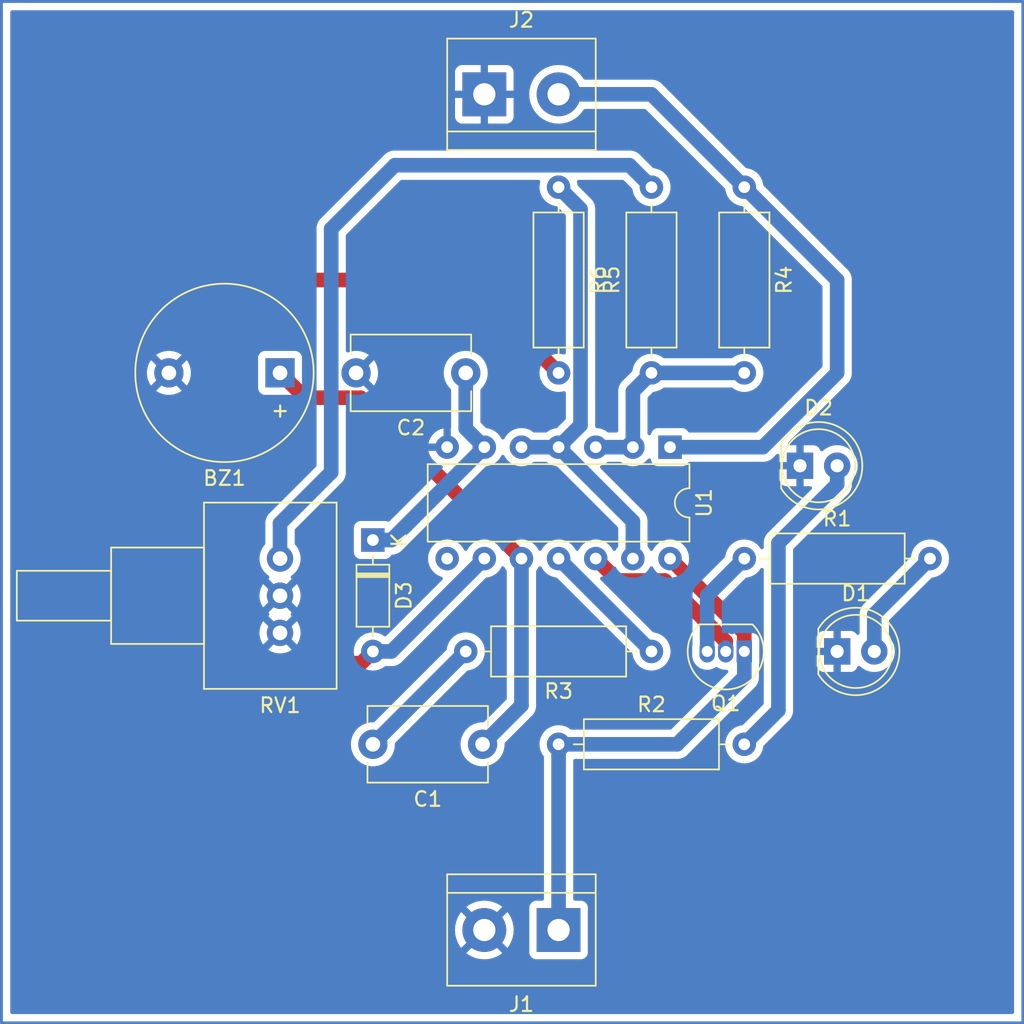
<source format=kicad_pcb>
(kicad_pcb (version 20221018) (generator pcbnew)
  (title_block (title "Broken Wire Detector Module ") (date "19.09.2023") (rev "1.0") (company "by Muxtar Safarov "))
  (layers (0 "F.Cu" signal) (31 "B.Cu" signal) (34 "B.Paste" user) (35 "F.Paste" user) (36 "B.SilkS" user "B.Silkscreen") (37 "F.SilkS" user "F.Silkscreen") (38 "B.Mask" user) (39 "F.Mask" user) (44 "Edge.Cuts" user))
  (net 0 "")
  (net 1 "10")
  (net 2 "Earth")
  (net 3 "Net-(C1-Pad2)")
  (net 4 "C3")
  (net 5 "Net-(D1-A)")
  (net 6 "Net-(D2-A)")
  (net 7 "CONN2")
  (net 8 "+9V")
  (net 9 "Net-(J2-Pin_2)")
  (net 10 "Net-(Q1-B)")
  (net 11 "Net-(Q1-E)")
  (net 12 "Net-(U1-E)")
  (net 13 "3")
  (net 14 "Net-(R5-Pad2)")
  (net 15 "CONN")
  (footprint "Resistor_THT:R_Axial_DIN0309_L9.0mm_D3.2mm_P12.70mm_Horizontal" (layer "F.Cu") (at 101.6 158.75 180)
    (fp_text reference "R3" (at 6.35 -2.72) (layer "F.SilkS"))
    (fp_text value "220K")
    (fp_line (start 1.04 0) (end 1.73 0) (stroke (width 0.12)) (layer "F.SilkS"))
    (fp_line (start 1.73 -1.72) (end 1.73 1.72) (stroke (width 0.12)) (layer "F.SilkS"))
    (fp_line (start 1.73 1.72) (end 10.97 1.72) (stroke (width 0.12)) (layer "F.SilkS"))
    (fp_line (start 10.97 -1.72) (end 1.73 -1.72) (stroke (width 0.12)) (layer "F.SilkS"))
    (fp_line (start 10.97 1.72) (end 10.97 -1.72) (stroke (width 0.12)) (layer "F.SilkS"))
    (fp_line (start 11.66 0) (end 10.97 0) (stroke (width 0.12)) (layer "F.SilkS"))
    (pad "1" thru_hole circle (at 0 0 180) (size 1.6 1.6) (drill 0.8) (layers "*.Cu" "*.Mask") (net 12 "Net-(U1-E)"))
    (pad "2" thru_hole oval (at 12.7 0 180) (size 1.6 1.6) (drill 0.8) (layers "*.Cu" "*.Mask") (net 3 "Net-(C1-Pad2)"))
  )
  (footprint "Capacitor_THT:C_Disc_D8.0mm_W5.0mm_P7.50mm" (layer "F.Cu") (at 90.05 165.1 180)
    (fp_text reference "C1" (at 3.75 -3.75) (layer "F.SilkS"))
    (fp_text value "470pF")
    (fp_line (start -0.37 -2.62) (end -0.37 -1.256) (stroke (width 0.12)) (layer "F.SilkS"))
    (fp_line (start -0.37 -2.62) (end 7.87 -2.62) (stroke (width 0.12)) (layer "F.SilkS"))
    (fp_line (start -0.37 1.256) (end -0.37 2.62) (stroke (width 0.12)) (layer "F.SilkS"))
    (fp_line (start -0.37 2.62) (end 7.87 2.62) (stroke (width 0.12)) (layer "F.SilkS"))
    (fp_line (start 7.87 -2.62) (end 7.87 -1.256) (stroke (width 0.12)) (layer "F.SilkS"))
    (fp_line (start 7.87 1.256) (end 7.87 2.62) (stroke (width 0.12)) (layer "F.SilkS"))
    (pad "1" thru_hole circle (at 0 0 180) (size 2 2) (drill 1) (layers "*.Cu" "*.Mask") (net 1 "10"))
    (pad "2" thru_hole circle (at 7.5 0 180) (size 2 2) (drill 1) (layers "*.Cu" "*.Mask") (net 3 "Net-(C1-Pad2)"))
  )
  (footprint "TerminalBlock:TerminalBlock_bornier-2_P5.08mm" (layer "F.Cu") (at 90.17 120.65)
    (fp_text reference "J2" (at 2.54 -5.08) (layer "F.SilkS"))
    (fp_text value "WIRE ")
    (fp_line (start -2.54 -3.81) (end -2.54 3.81) (stroke (width 0.12)) (layer "F.SilkS"))
    (fp_line (start -2.54 3.81) (end 7.62 3.81) (stroke (width 0.12)) (layer "F.SilkS"))
    (fp_line (start 7.62 -3.81) (end -2.54 -3.81) (stroke (width 0.12)) (layer "F.SilkS"))
    (fp_line (start 7.62 2.54) (end -2.54 2.54) (stroke (width 0.12)) (layer "F.SilkS"))
    (fp_line (start 7.62 3.81) (end 7.62 -3.81) (stroke (width 0.12)) (layer "F.SilkS"))
    (pad "1" thru_hole rect (at 0 0) (size 3 3) (drill 1.52) (layers "*.Cu" "*.Mask") (net 2 "Earth"))
    (pad "2" thru_hole circle (at 5.08 0) (size 3 3) (drill 1.52) (layers "*.Cu" "*.Mask") (net 9 "Net-(J2-Pin_2)"))
  )
  (footprint "LED_THT:LED_D5.0mm_Clear" (layer "F.Cu") (at 111.76 146.05)
    (fp_text reference "D2" (at 1.27 -3.96) (layer "F.SilkS"))
    (fp_text value "WHITE")
    (fp_line (start -1.29 -1.545) (end -1.29 1.545) (stroke (width 0.12)) (layer "F.SilkS"))
    (fp_arc (start -1.29 -1.54483) (mid 2.072002 -2.880433) (end 4.26 0.000462) (stroke (width 0.12)) (layer "F.SilkS"))
    (fp_arc (start 4.26 -0.000462) (mid 2.072002 2.880433) (end -1.29 1.54483) (stroke (width 0.12)) (layer "F.SilkS"))
    (fp_circle (center 1.27 0) (end 3.77 0) (stroke (width 0.12)) (fill none) (layer "F.SilkS"))
    (pad "1" thru_hole rect (at 0 0) (size 1.8 1.8) (drill 0.9) (layers "*.Cu" "*.Mask") (net 2 "Earth"))
    (pad "2" thru_hole circle (at 2.54 0) (size 1.8 1.8) (drill 0.9) (layers "*.Cu" "*.Mask") (net 6 "Net-(D2-A)"))
  )
  (footprint "Resistor_THT:R_Axial_DIN0309_L9.0mm_D3.2mm_P12.70mm_Horizontal" (layer "F.Cu") (at 95.25 127 -90)
    (fp_text reference "R6" (at 6.35 -2.72 90) (layer "F.SilkS"))
    (fp_text value "4.7K")
    (fp_line (start 1.04 0) (end 1.73 0) (stroke (width 0.12)) (layer "F.SilkS"))
    (fp_line (start 1.73 -1.72) (end 1.73 1.72) (stroke (width 0.12)) (layer "F.SilkS"))
    (fp_line (start 1.73 1.72) (end 10.97 1.72) (stroke (width 0.12)) (layer "F.SilkS"))
    (fp_line (start 10.97 -1.72) (end 1.73 -1.72) (stroke (width 0.12)) (layer "F.SilkS"))
    (fp_line (start 10.97 1.72) (end 10.97 -1.72) (stroke (width 0.12)) (layer "F.SilkS"))
    (fp_line (start 11.66 0) (end 10.97 0) (stroke (width 0.12)) (layer "F.SilkS"))
    (pad "1" thru_hole circle (at 0 0 270) (size 1.6 1.6) (drill 0.8) (layers "*.Cu" "*.Mask") (net 15 "CONN"))
    (pad "2" thru_hole oval (at 12.7 0 270) (size 1.6 1.6) (drill 0.8) (layers "*.Cu" "*.Mask") (net 7 "CONN2"))
  )
  (footprint "Capacitor_THT:C_Disc_D8.0mm_W5.0mm_P7.50mm" (layer "F.Cu") (at 88.9 139.7 180)
    (fp_text reference "C2" (at 3.75 -3.75) (layer "F.SilkS"))
    (fp_text value "470pF")
    (fp_line (start -0.37 -2.62) (end -0.37 -1.256) (stroke (width 0.12)) (layer "F.SilkS"))
    (fp_line (start -0.37 -2.62) (end 7.87 -2.62) (stroke (width 0.12)) (layer "F.SilkS"))
    (fp_line (start -0.37 1.256) (end -0.37 2.62) (stroke (width 0.12)) (layer "F.SilkS"))
    (fp_line (start -0.37 2.62) (end 7.87 2.62) (stroke (width 0.12)) (layer "F.SilkS"))
    (fp_line (start 7.87 -2.62) (end 7.87 -1.256) (stroke (width 0.12)) (layer "F.SilkS"))
    (fp_line (start 7.87 1.256) (end 7.87 2.62) (stroke (width 0.12)) (layer "F.SilkS"))
    (pad "1" thru_hole circle (at 0 0 180) (size 2 2) (drill 1) (layers "*.Cu" "*.Mask") (net 4 "C3"))
    (pad "2" thru_hole circle (at 7.5 0 180) (size 2 2) (drill 1) (layers "*.Cu" "*.Mask") (net 2 "Earth"))
  )
  (footprint "Resistor_THT:R_Axial_DIN0309_L9.0mm_D3.2mm_P12.70mm_Horizontal" (layer "F.Cu") (at 107.95 127 -90)
    (fp_text reference "R4" (at 6.35 -2.72 90) (layer "F.SilkS"))
    (fp_text value "10M")
    (fp_line (start 1.04 0) (end 1.73 0) (stroke (width 0.12)) (layer "F.SilkS"))
    (fp_line (start 1.73 -1.72) (end 1.73 1.72) (stroke (width 0.12)) (layer "F.SilkS"))
    (fp_line (start 1.73 1.72) (end 10.97 1.72) (stroke (width 0.12)) (layer "F.SilkS"))
    (fp_line (start 10.97 -1.72) (end 1.73 -1.72) (stroke (width 0.12)) (layer "F.SilkS"))
    (fp_line (start 10.97 1.72) (end 10.97 -1.72) (stroke (width 0.12)) (layer "F.SilkS"))
    (fp_line (start 11.66 0) (end 10.97 0) (stroke (width 0.12)) (layer "F.SilkS"))
    (pad "1" thru_hole circle (at 0 0 270) (size 1.6 1.6) (drill 0.8) (layers "*.Cu" "*.Mask") (net 9 "Net-(J2-Pin_2)"))
    (pad "2" thru_hole oval (at 12.7 0 270) (size 1.6 1.6) (drill 0.8) (layers "*.Cu" "*.Mask") (net 13 "3"))
  )
  (footprint "Resistor_THT:R_Axial_DIN0309_L9.0mm_D3.2mm_P12.70mm_Horizontal" (layer "F.Cu") (at 95.25 165.1)
    (fp_text reference "R2" (at 6.35 -2.72) (layer "F.SilkS"))
    (fp_text value "1.8K")
    (fp_line (start 1.04 0) (end 1.73 0) (stroke (width 0.12)) (layer "F.SilkS"))
    (fp_line (start 1.73 -1.72) (end 1.73 1.72) (stroke (width 0.12)) (layer "F.SilkS"))
    (fp_line (start 1.73 1.72) (end 10.97 1.72) (stroke (width 0.12)) (layer "F.SilkS"))
    (fp_line (start 10.97 -1.72) (end 1.73 -1.72) (stroke (width 0.12)) (layer "F.SilkS"))
    (fp_line (start 10.97 1.72) (end 10.97 -1.72) (stroke (width 0.12)) (layer "F.SilkS"))
    (fp_line (start 11.66 0) (end 10.97 0) (stroke (width 0.12)) (layer "F.SilkS"))
    (pad "1" thru_hole circle (at 0 0) (size 1.6 1.6) (drill 0.8) (layers "*.Cu" "*.Mask") (net 8 "+9V"))
    (pad "2" thru_hole oval (at 12.7 0) (size 1.6 1.6) (drill 0.8) (layers "*.Cu" "*.Mask") (net 6 "Net-(D2-A)"))
  )
  (footprint "Potentiometer_THT:Potentiometer_Vishay_148-149_Single_Horizontal" (layer "F.Cu") (at 76.2 152.4 180)
    (fp_text reference "RV1" (at 0 -10.04) (layer "F.SilkS"))
    (fp_text value "47K")
    (fp_line (start -3.87 -8.91) (end -3.87 3.83) (stroke (width 0.12)) (layer "F.SilkS"))
    (fp_line (start -3.87 -8.91) (end 5.2 -8.91) (stroke (width 0.12)) (layer "F.SilkS"))
    (fp_line (start -3.87 3.83) (end 5.2 3.83) (stroke (width 0.12)) (layer "F.SilkS"))
    (fp_line (start 5.2 -8.91) (end 5.2 3.83) (stroke (width 0.12)) (layer "F.SilkS"))
    (fp_line (start 5.2 -5.835) (end 5.2 0.755) (stroke (width 0.12)) (layer "F.SilkS"))
    (fp_line (start 5.2 -5.835) (end 11.55 -5.835) (stroke (width 0.12)) (layer "F.SilkS"))
    (fp_line (start 5.2 0.755) (end 11.55 0.755) (stroke (width 0.12)) (layer "F.SilkS"))
    (fp_line (start 11.55 -5.835) (end 11.55 0.755) (stroke (width 0.12)) (layer "F.SilkS"))
    (fp_line (start 11.55 -4.244) (end 11.55 -0.835) (stroke (width 0.12)) (layer "F.SilkS"))
    (fp_line (start 11.55 -4.244) (end 18 -4.244) (stroke (width 0.12)) (layer "F.SilkS"))
    (fp_line (start 11.55 -0.835) (end 18 -0.835) (stroke (width 0.12)) (layer "F.SilkS"))
    (fp_line (start 18 -4.244) (end 18 -0.835) (stroke (width 0.12)) (layer "F.SilkS"))
    (pad "1" thru_hole circle (at 0 0 180) (size 1.8 1.8) (drill 1) (layers "*.Cu" "*.Mask") (net 14 "Net-(R5-Pad2)"))
    (pad "2" thru_hole circle (at 0 -2.54 180) (size 1.8 1.8) (drill 1) (layers "*.Cu" "*.Mask") (net 2 "Earth"))
    (pad "3" thru_hole circle (at 0 -5.08 180) (size 1.8 1.8) (drill 1) (layers "*.Cu" "*.Mask") (net 2 "Earth"))
  )
  (footprint "Diode_THT:D_DO-35_SOD27_P7.62mm_Horizontal" (layer "F.Cu") (at 82.55 151.13 -90)
    (fp_text reference "D3" (at 3.81 -2.12 90) (layer "F.SilkS"))
    (fp_text value "1N4148")
    (fp_text user "K" (at 0 -1.8 90) (layer "F.SilkS"))
    (fp_line (start 1.04 0) (end 1.69 0) (stroke (width 0.12)) (layer "F.SilkS"))
    (fp_line (start 1.69 -1.12) (end 1.69 1.12) (stroke (width 0.12)) (layer "F.SilkS"))
    (fp_line (start 1.69 1.12) (end 5.93 1.12) (stroke (width 0.12)) (layer "F.SilkS"))
    (fp_line (start 2.29 -1.12) (end 2.29 1.12) (stroke (width 0.12)) (layer "F.SilkS"))
    (fp_line (start 2.41 -1.12) (end 2.41 1.12) (stroke (width 0.12)) (layer "F.SilkS"))
    (fp_line (start 2.53 -1.12) (end 2.53 1.12) (stroke (width 0.12)) (layer "F.SilkS"))
    (fp_line (start 5.93 -1.12) (end 1.69 -1.12) (stroke (width 0.12)) (layer "F.SilkS"))
    (fp_line (start 5.93 1.12) (end 5.93 -1.12) (stroke (width 0.12)) (layer "F.SilkS"))
    (fp_line (start 6.58 0) (end 5.93 0) (stroke (width 0.12)) (layer "F.SilkS"))
    (pad "1" thru_hole rect (at 0 0 270) (size 1.6 1.6) (drill 0.8) (layers "*.Cu" "*.Mask") (net 4 "C3"))
    (pad "2" thru_hole oval (at 7.62 0 270) (size 1.6 1.6) (drill 0.8) (layers "*.Cu" "*.Mask") (net 7 "CONN2"))
  )
  (footprint "Resistor_THT:R_Axial_DIN0309_L9.0mm_D3.2mm_P12.70mm_Horizontal" (layer "F.Cu") (at 107.95 152.4)
    (fp_text reference "R1" (at 6.35 -2.72) (layer "F.SilkS"))
    (fp_text value "470R")
    (fp_line (start 1.04 0) (end 1.73 0) (stroke (width 0.12)) (layer "F.SilkS"))
    (fp_line (start 1.73 -1.72) (end 1.73 1.72) (stroke (width 0.12)) (layer "F.SilkS"))
    (fp_line (start 1.73 1.72) (end 10.97 1.72) (stroke (width 0.12)) (layer "F.SilkS"))
    (fp_line (start 10.97 -1.72) (end 1.73 -1.72) (stroke (width 0.12)) (layer "F.SilkS"))
    (fp_line (start 10.97 1.72) (end 10.97 -1.72) (stroke (width 0.12)) (layer "F.SilkS"))
    (fp_line (start 11.66 0) (end 10.97 0) (stroke (width 0.12)) (layer "F.SilkS"))
    (pad "1" thru_hole circle (at 0 0) (size 1.6 1.6) (drill 0.8) (layers "*.Cu" "*.Mask") (net 11 "Net-(Q1-E)"))
    (pad "2" thru_hole oval (at 12.7 0) (size 1.6 1.6) (drill 0.8) (layers "*.Cu" "*.Mask") (net 5 "Net-(D1-A)"))
  )
  (footprint "Package_DIP:DIP-14_W7.62mm" (layer "F.Cu") (at 102.87 144.78 -90)
    (fp_text reference "U1" (at 3.81 -2.33 90) (layer "F.SilkS"))
    (fp_text value "CD4069UBE")
    (fp_line (start 1.16 -1.33) (end 1.16 16.57) (stroke (width 0.12)) (layer "F.SilkS"))
    (fp_line (start 1.16 16.57) (end 6.46 16.57) (stroke (width 0.12)) (layer "F.SilkS"))
    (fp_line (start 2.81 -1.33) (end 1.16 -1.33) (stroke (width 0.12)) (layer "F.SilkS"))
    (fp_line (start 6.46 -1.33) (end 4.81 -1.33) (stroke (width 0.12)) (layer "F.SilkS"))
    (fp_line (start 6.46 16.57) (end 6.46 -1.33) (stroke (width 0.12)) (layer "F.SilkS"))
    (fp_arc (start 4.81 -1.33) (mid 3.81 -0.33) (end 2.81 -1.33) (stroke (width 0.12)) (layer "F.SilkS"))
    (pad "1" thru_hole rect (at 0 0 270) (size 1.6 1.6) (drill 0.8) (layers "*.Cu" "*.Mask") (net 9 "Net-(J2-Pin_2)"))
    (pad "2" thru_hole oval (at 0 2.54 270) (size 1.6 1.6) (drill 0.8) (layers "*.Cu" "*.Mask") (net 13 "3"))
    (pad "3" thru_hole oval (at 0 5.08 270) (size 1.6 1.6) (drill 0.8) (layers "*.Cu" "*.Mask") (net 13 "3"))
    (pad "4" thru_hole oval (at 0 7.62 270) (size 1.6 1.6) (drill 0.8) (layers "*.Cu" "*.Mask") (net 15 "CONN"))
    (pad "5" thru_hole oval (at 0 10.16 270) (size 1.6 1.6) (drill 0.8) (layers "*.Cu" "*.Mask") (net 15 "CONN"))
    (pad "6" thru_hole oval (at 0 12.7 270) (size 1.6 1.6) (drill 0.8) (layers "*.Cu" "*.Mask") (net 4 "C3"))
    (pad "7" thru_hole oval (at 0 15.24 270) (size 1.6 1.6) (drill 0.8) (layers "*.Cu" "*.Mask") (net 2 "Earth"))
    (pad "8" thru_hole oval (at 7.62 15.24 270) (size 1.6 1.6) (drill 0.8) (layers "*.Cu" "*.Mask"))
    (pad "9" thru_hole oval (at 7.62 12.7 270) (size 1.6 1.6) (drill 0.8) (layers "*.Cu" "*.Mask") (net 7 "CONN2"))
    (pad "10" thru_hole oval (at 7.62 10.16 270) (size 1.6 1.6) (drill 0.8) (layers "*.Cu" "*.Mask") (net 1 "10"))
    (pad "11" thru_hole oval (at 7.62 7.62 270) (size 1.6 1.6) (drill 0.8) (layers "*.Cu" "*.Mask") (net 12 "Net-(U1-E)"))
    (pad "12" thru_hole oval (at 7.62 5.08 270) (size 1.6 1.6) (drill 0.8) (layers "*.Cu" "*.Mask") (net 10 "Net-(Q1-B)"))
    (pad "13" thru_hole oval (at 7.62 2.54 270) (size 1.6 1.6) (drill 0.8) (layers "*.Cu" "*.Mask") (net 15 "CONN"))
    (pad "14" thru_hole oval (at 7.62 0 270) (size 1.6 1.6) (drill 0.8) (layers "*.Cu" "*.Mask") (net 8 "+9V"))
  )
  (footprint "Resistor_THT:R_Axial_DIN0309_L9.0mm_D3.2mm_P12.70mm_Horizontal" (layer "F.Cu") (at 101.6 139.7 90)
    (fp_text reference "R5" (at 6.35 -2.72 90) (layer "F.SilkS"))
    (fp_text value "4.7K")
    (fp_line (start 1.04 0) (end 1.73 0) (stroke (width 0.12)) (layer "F.SilkS"))
    (fp_line (start 1.73 -1.72) (end 1.73 1.72) (stroke (width 0.12)) (layer "F.SilkS"))
    (fp_line (start 1.73 1.72) (end 10.97 1.72) (stroke (width 0.12)) (layer "F.SilkS"))
    (fp_line (start 10.97 -1.72) (end 1.73 -1.72) (stroke (width 0.12)) (layer "F.SilkS"))
    (fp_line (start 10.97 1.72) (end 10.97 -1.72) (stroke (width 0.12)) (layer "F.SilkS"))
    (fp_line (start 11.66 0) (end 10.97 0) (stroke (width 0.12)) (layer "F.SilkS"))
    (pad "1" thru_hole circle (at 0 0 90) (size 1.6 1.6) (drill 0.8) (layers "*.Cu" "*.Mask") (net 13 "3"))
    (pad "2" thru_hole oval (at 12.7 0 90) (size 1.6 1.6) (drill 0.8) (layers "*.Cu" "*.Mask") (net 14 "Net-(R5-Pad2)"))
  )
  (footprint "Package_TO_SOT_THT:TO-92_Inline" (layer "F.Cu") (at 107.95 158.75 180)
    (fp_text reference "Q1" (at 1.27 -3.56) (layer "F.SilkS"))
    (fp_text value "BC547")
    (fp_line (start -0.53 1.85) (end 3.07 1.85) (stroke (width 0.12)) (layer "F.SilkS"))
    (fp_arc (start -0.568478 1.838478) (mid -1.132087 -0.994977) (end 1.27 -2.6) (stroke (width 0.12)) (layer "F.SilkS"))
    (fp_arc (start 1.27 -2.6) (mid 3.672087 -0.994977) (end 3.108478 1.838478) (stroke (width 0.12)) (layer "F.SilkS"))
    (pad "1" thru_hole rect (at 0 0 180) (size 1.05 1.5) (drill 0.75) (layers "*.Cu" "*.Mask") (net 8 "+9V"))
    (pad "2" thru_hole oval (at 1.27 0 180) (size 1.05 1.5) (drill 0.75) (layers "*.Cu" "*.Mask") (net 10 "Net-(Q1-B)"))
    (pad "3" thru_hole oval (at 2.54 0 180) (size 1.05 1.5) (drill 0.75) (layers "*.Cu" "*.Mask") (net 11 "Net-(Q1-E)"))
  )
  (footprint "LED_THT:LED_D5.0mm" (layer "F.Cu") (at 114.3 158.75)
    (fp_text reference "D1" (at 1.27 -3.96) (layer "F.SilkS"))
    (fp_text value "RED")
    (fp_line (start -1.29 -1.545) (end -1.29 1.545) (stroke (width 0.12)) (layer "F.SilkS"))
    (fp_arc (start -1.29 -1.54483) (mid 2.072002 -2.880433) (end 4.26 0.000462) (stroke (width 0.12)) (layer "F.SilkS"))
    (fp_arc (start 4.26 -0.000462) (mid 2.072002 2.880433) (end -1.29 1.54483) (stroke (width 0.12)) (layer "F.SilkS"))
    (fp_circle (center 1.27 0) (end 3.77 0) (stroke (width 0.12)) (fill none) (layer "F.SilkS"))
    (pad "1" thru_hole rect (at 0 0) (size 1.8 1.8) (drill 0.9) (layers "*.Cu" "*.Mask") (net 2 "Earth"))
    (pad "2" thru_hole circle (at 2.54 0) (size 1.8 1.8) (drill 0.9) (layers "*.Cu" "*.Mask") (net 5 "Net-(D1-A)"))
  )
  (footprint "Buzzer_Beeper:Buzzer_12x9.5RM7.6" (layer "F.Cu") (at 76.2 139.7 180)
    (fp_text reference "BZ1" (at 3.8 -7.2) (layer "F.SilkS"))
    (fp_text value "Buzzer")
    (fp_text user "+" (at -0.01 -2.54) (layer "F.SilkS"))
    (fp_circle (center 3.8 0) (end 9.9 0) (stroke (width 0.12)) (fill none) (layer "F.SilkS"))
    (pad "1" thru_hole rect (at 0 0 180) (size 2 2) (drill 1) (layers "*.Cu" "*.Mask") (net 1 "10"))
    (pad "2" thru_hole circle (at 7.6 0 180) (size 2 2) (drill 1) (layers "*.Cu" "*.Mask") (net 2 "Earth"))
  )
  (footprint "TerminalBlock:TerminalBlock_bornier-2_P5.08mm" (layer "F.Cu") (at 95.25 177.8 180)
    (fp_text reference "J1" (at 2.54 -5.08) (layer "F.SilkS"))
    (fp_text value "VCC")
    (fp_line (start -2.54 -3.81) (end -2.54 3.81) (stroke (width 0.12)) (layer "F.SilkS"))
    (fp_line (start -2.54 3.81) (end 7.62 3.81) (stroke (width 0.12)) (layer "F.SilkS"))
    (fp_line (start 7.62 -3.81) (end -2.54 -3.81) (stroke (width 0.12)) (layer "F.SilkS"))
    (fp_line (start 7.62 2.54) (end -2.54 2.54) (stroke (width 0.12)) (layer "F.SilkS"))
    (fp_line (start 7.62 3.81) (end 7.62 -3.81) (stroke (width 0.12)) (layer "F.SilkS"))
    (pad "1" thru_hole rect (at 0 0 180) (size 3 3) (drill 1.52) (layers "*.Cu" "*.Mask") (net 8 "+9V"))
    (pad "2" thru_hole circle (at 5.08 0 180) (size 3 3) (drill 1.52) (layers "*.Cu" "*.Mask") (net 2 "Earth"))
  )
  (gr_rect (start 57.15 114.3) (end 127 184.15) (stroke (width 0.2)) (fill none) (layer "B.Cu"))
  (segment (start 77.9 141.4) (end 76.2 139.7) (width 1) (layer "F.Cu") (net 1))
  (segment (start 92.71 152.4) (end 81.71 141.4) (width 1) (layer "F.Cu") (net 1))
  (segment (start 81.71 141.4) (end 77.9 141.4) (width 1) (layer "F.Cu") (net 1))
  (segment (start 92.71 162.44) (end 92.71 152.4) (width 1) (layer "B.Cu") (net 1))
  (segment (start 90.05 165.1) (end 92.71 162.44) (width 1) (layer "B.Cu") (net 1))
  (segment (start 88.9 158.75) (end 82.55 165.1) (width 1) (layer "B.Cu") (net 3))
  (segment (start 88.9 143.51) (end 90.17 144.78) (width 1) (layer "B.Cu") (net 4))
  (segment (start 83.82 151.13) (end 90.17 144.78) (width 1) (layer "B.Cu") (net 4))
  (segment (start 88.9 139.7) (end 88.9 143.51) (width 1) (layer "B.Cu") (net 4))
  (segment (start 82.55 151.13) (end 83.82 151.13) (width 1) (layer "B.Cu") (net 4))
  (segment (start 116.84 158.75) (end 116.84 156.21) (width 1) (layer "B.Cu") (net 5))
  (segment (start 116.84 156.21) (end 120.65 152.4) (width 1) (layer "B.Cu") (net 5))
  (segment (start 110.283452 151.33934) (end 110.283452 162.766548) (width 1) (layer "B.Cu") (net 6))
  (segment (start 114.3 147.322792) (end 110.283452 151.33934) (width 1) (layer "B.Cu") (net 6))
  (segment (start 110.283452 162.766548) (end 107.95 165.1) (width 1) (layer "B.Cu") (net 6))
  (segment (start 114.3 146.05) (end 114.3 147.322792) (width 1) (layer "B.Cu") (net 6))
  (segment (start 63.5 152.4) (end 70.649999 159.549999) (width 1) (layer "F.Cu") (net 7))
  (segment (start 88.9 133.35) (end 69.85 133.35) (width 1) (layer "F.Cu") (net 7))
  (segment (start 81.750001 159.549999) (end 82.55 158.75) (width 1) (layer "F.Cu") (net 7))
  (segment (start 95.25 139.7) (end 88.9 133.35) (width 1) (layer "F.Cu") (net 7))
  (segment (start 70.649999 159.549999) (end 81.750001 159.549999) (width 1) (layer "F.Cu") (net 7))
  (segment (start 63.5 139.7) (end 63.5 152.4) (width 1) (layer "F.Cu") (net 7))
  (segment (start 69.85 133.35) (end 63.5 139.7) (width 1) (layer "F.Cu") (net 7))
  (segment (start 83.82 158.75) (end 90.17 152.4) (width 1) (layer "B.Cu") (net 7))
  (segment (start 82.55 158.75) (end 83.82 158.75) (width 1) (layer "B.Cu") (net 7))
  (segment (start 107.95 158.75) (end 107.95 157.48) (width 1) (layer "F.Cu") (net 8))
  (segment (start 107.95 157.48) (end 102.87 152.4) (width 1) (layer "F.Cu") (net 8))
  (segment (start 95.25 165.1) (end 103.35 165.1) (width 1) (layer "B.Cu") (net 8))
  (segment (start 95.25 177.8) (end 95.25 165.1) (width 1) (layer "B.Cu") (net 8))
  (segment (start 103.35 165.1) (end 107.95 160.5) (width 1) (layer "B.Cu") (net 8))
  (segment (start 107.95 160.5) (end 107.95 158.75) (width 1) (layer "B.Cu") (net 8))
  (segment (start 114.3 133.35) (end 114.3 139.7) (width 1) (layer "B.Cu") (net 9))
  (segment (start 95.25 120.65) (end 101.6 120.65) (width 1) (layer "B.Cu") (net 9))
  (segment (start 114.3 139.7) (end 109.22 144.78) (width 1) (layer "B.Cu") (net 9))
  (segment (start 109.22 144.78) (end 102.87 144.78) (width 1) (layer "B.Cu") (net 9))
  (segment (start 101.6 120.65) (end 107.95 127) (width 1) (layer "B.Cu") (net 9))
  (segment (start 107.95 127) (end 114.3 133.35) (width 1) (layer "B.Cu") (net 9))
  (segment (start 102.517412 153.9) (end 99.29 153.9) (width 1) (layer "F.Cu") (net 10))
  (segment (start 106.68 158.062588) (end 102.517412 153.9) (width 1) (layer "F.Cu") (net 10))
  (segment (start 99.29 153.9) (end 97.79 152.4) (width 1) (layer "F.Cu") (net 10))
  (segment (start 106.68 158.75) (end 106.68 158.062588) (width 1) (layer "F.Cu") (net 10))
  (segment (start 105.41 154.94) (end 107.95 152.4) (width 1) (layer "B.Cu") (net 11))
  (segment (start 105.41 158.75) (end 105.41 154.94) (width 1) (layer "B.Cu") (net 11))
  (segment (start 95.25 152.4) (end 101.6 158.75) (width 1) (layer "B.Cu") (net 12))
  (segment (start 100.33 144.78) (end 97.79 144.78) (width 1) (layer "B.Cu") (net 13))
  (segment (start 101.6 139.7) (end 100.33 140.97) (width 1) (layer "B.Cu") (net 13))
  (segment (start 101.6 139.7) (end 107.95 139.7) (width 1) (layer "B.Cu") (net 13))
  (segment (start 100.33 140.97) (end 100.33 144.78) (width 1) (layer "B.Cu") (net 13))
  (segment (start 76.2 149.995836) (end 79.7 146.495836) (width 1) (layer "B.Cu") (net 14))
  (segment (start 79.7 129.85) (end 84.05 125.5) (width 1) (layer "B.Cu") (net 14))
  (segment (start 76.2 152.4) (end 76.2 149.995836) (width 1) (layer "B.Cu") (net 14))
  (segment (start 84.05 125.5) (end 100.1 125.5) (width 1) (layer "B.Cu") (net 14))
  (segment (start 79.7 146.495836) (end 79.7 129.85) (width 1) (layer "B.Cu") (net 14))
  (segment (start 100.1 125.5) (end 101.6 127) (width 1) (layer "B.Cu") (net 14))
  (segment (start 100.33 152.4) (end 100.33 149.86) (width 1) (layer "B.Cu") (net 15))
  (segment (start 96.75 143.28) (end 95.25 144.78) (width 1) (layer "B.Cu") (net 15))
  (segment (start 95.25 127) (end 96.75 128.5) (width 1) (layer "B.Cu") (net 15))
  (segment (start 100.33 149.86) (end 95.25 144.78) (width 1) (layer "B.Cu") (net 15))
  (segment (start 96.75 128.5) (end 96.75 143.28) (width 1) (layer "B.Cu") (net 15))
  (segment (start 92.71 144.78) (end 95.25 144.78) (width 1) (layer "B.Cu") (net 15))
  (zone (net 2) (net_name "Earth") (layer "B.Cu") (connect_pads (clearance 0.5)) (min_thickness 0.25) (fill yes (thermal_gap 0.5) (thermal_bridge_width 0.5))
    (polygon (pts (xy 57.15 114.3) (xy 57.15 184.15) (xy 127 184.15) (xy 127 114.3)))
  )
)
</source>
